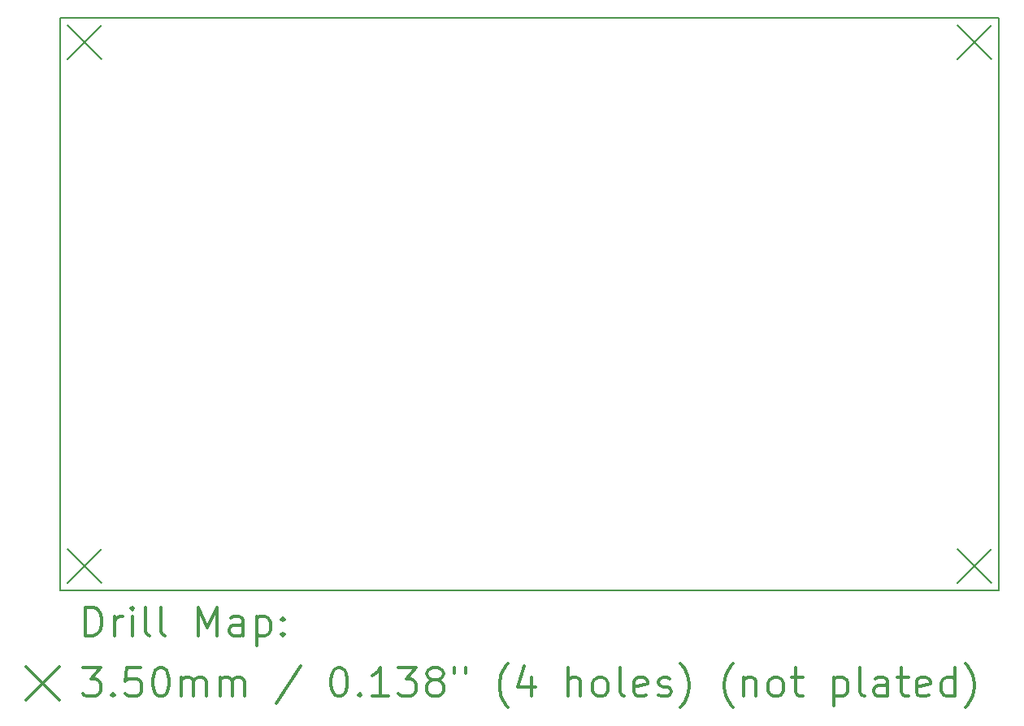
<source format=gbr>
%FSLAX45Y45*%
G04 Gerber Fmt 4.5, Leading zero omitted, Abs format (unit mm)*
G04 Created by KiCad (PCBNEW 4.0.5+dfsg1-4+deb9u1) date Tue Oct 18 20:11:05 2022*
%MOMM*%
%LPD*%
G01*
G04 APERTURE LIST*
%ADD10C,0.127000*%
%ADD11C,0.150000*%
%ADD12C,0.200000*%
%ADD13C,0.300000*%
G04 APERTURE END LIST*
D10*
D11*
X19380200Y-6883400D02*
X19380200Y-12852400D01*
X9601200Y-6883400D02*
X19380200Y-6883400D01*
X9601200Y-12852400D02*
X9601200Y-6883400D01*
X19380200Y-12852400D02*
X9601200Y-12852400D01*
D12*
X9680200Y-6962400D02*
X10030200Y-7312400D01*
X10030200Y-6962400D02*
X9680200Y-7312400D01*
X9680200Y-12423400D02*
X10030200Y-12773400D01*
X10030200Y-12423400D02*
X9680200Y-12773400D01*
X18951200Y-6962400D02*
X19301200Y-7312400D01*
X19301200Y-6962400D02*
X18951200Y-7312400D01*
X18951200Y-12423400D02*
X19301200Y-12773400D01*
X19301200Y-12423400D02*
X18951200Y-12773400D01*
D13*
X9865129Y-13325614D02*
X9865129Y-13025614D01*
X9936557Y-13025614D01*
X9979414Y-13039900D01*
X10007986Y-13068471D01*
X10022271Y-13097043D01*
X10036557Y-13154186D01*
X10036557Y-13197043D01*
X10022271Y-13254186D01*
X10007986Y-13282757D01*
X9979414Y-13311329D01*
X9936557Y-13325614D01*
X9865129Y-13325614D01*
X10165129Y-13325614D02*
X10165129Y-13125614D01*
X10165129Y-13182757D02*
X10179414Y-13154186D01*
X10193700Y-13139900D01*
X10222271Y-13125614D01*
X10250843Y-13125614D01*
X10350843Y-13325614D02*
X10350843Y-13125614D01*
X10350843Y-13025614D02*
X10336557Y-13039900D01*
X10350843Y-13054186D01*
X10365129Y-13039900D01*
X10350843Y-13025614D01*
X10350843Y-13054186D01*
X10536557Y-13325614D02*
X10507986Y-13311329D01*
X10493700Y-13282757D01*
X10493700Y-13025614D01*
X10693700Y-13325614D02*
X10665129Y-13311329D01*
X10650843Y-13282757D01*
X10650843Y-13025614D01*
X11036557Y-13325614D02*
X11036557Y-13025614D01*
X11136557Y-13239900D01*
X11236557Y-13025614D01*
X11236557Y-13325614D01*
X11507986Y-13325614D02*
X11507986Y-13168471D01*
X11493700Y-13139900D01*
X11465128Y-13125614D01*
X11407986Y-13125614D01*
X11379414Y-13139900D01*
X11507986Y-13311329D02*
X11479414Y-13325614D01*
X11407986Y-13325614D01*
X11379414Y-13311329D01*
X11365128Y-13282757D01*
X11365128Y-13254186D01*
X11379414Y-13225614D01*
X11407986Y-13211329D01*
X11479414Y-13211329D01*
X11507986Y-13197043D01*
X11650843Y-13125614D02*
X11650843Y-13425614D01*
X11650843Y-13139900D02*
X11679414Y-13125614D01*
X11736557Y-13125614D01*
X11765128Y-13139900D01*
X11779414Y-13154186D01*
X11793700Y-13182757D01*
X11793700Y-13268471D01*
X11779414Y-13297043D01*
X11765128Y-13311329D01*
X11736557Y-13325614D01*
X11679414Y-13325614D01*
X11650843Y-13311329D01*
X11922271Y-13297043D02*
X11936557Y-13311329D01*
X11922271Y-13325614D01*
X11907986Y-13311329D01*
X11922271Y-13297043D01*
X11922271Y-13325614D01*
X11922271Y-13139900D02*
X11936557Y-13154186D01*
X11922271Y-13168471D01*
X11907986Y-13154186D01*
X11922271Y-13139900D01*
X11922271Y-13168471D01*
X9243700Y-13644900D02*
X9593700Y-13994900D01*
X9593700Y-13644900D02*
X9243700Y-13994900D01*
X9836557Y-13655614D02*
X10022271Y-13655614D01*
X9922271Y-13769900D01*
X9965129Y-13769900D01*
X9993700Y-13784186D01*
X10007986Y-13798471D01*
X10022271Y-13827043D01*
X10022271Y-13898471D01*
X10007986Y-13927043D01*
X9993700Y-13941329D01*
X9965129Y-13955614D01*
X9879414Y-13955614D01*
X9850843Y-13941329D01*
X9836557Y-13927043D01*
X10150843Y-13927043D02*
X10165129Y-13941329D01*
X10150843Y-13955614D01*
X10136557Y-13941329D01*
X10150843Y-13927043D01*
X10150843Y-13955614D01*
X10436557Y-13655614D02*
X10293700Y-13655614D01*
X10279414Y-13798471D01*
X10293700Y-13784186D01*
X10322271Y-13769900D01*
X10393700Y-13769900D01*
X10422271Y-13784186D01*
X10436557Y-13798471D01*
X10450843Y-13827043D01*
X10450843Y-13898471D01*
X10436557Y-13927043D01*
X10422271Y-13941329D01*
X10393700Y-13955614D01*
X10322271Y-13955614D01*
X10293700Y-13941329D01*
X10279414Y-13927043D01*
X10636557Y-13655614D02*
X10665129Y-13655614D01*
X10693700Y-13669900D01*
X10707986Y-13684186D01*
X10722271Y-13712757D01*
X10736557Y-13769900D01*
X10736557Y-13841329D01*
X10722271Y-13898471D01*
X10707986Y-13927043D01*
X10693700Y-13941329D01*
X10665129Y-13955614D01*
X10636557Y-13955614D01*
X10607986Y-13941329D01*
X10593700Y-13927043D01*
X10579414Y-13898471D01*
X10565129Y-13841329D01*
X10565129Y-13769900D01*
X10579414Y-13712757D01*
X10593700Y-13684186D01*
X10607986Y-13669900D01*
X10636557Y-13655614D01*
X10865129Y-13955614D02*
X10865129Y-13755614D01*
X10865129Y-13784186D02*
X10879414Y-13769900D01*
X10907986Y-13755614D01*
X10950843Y-13755614D01*
X10979414Y-13769900D01*
X10993700Y-13798471D01*
X10993700Y-13955614D01*
X10993700Y-13798471D02*
X11007986Y-13769900D01*
X11036557Y-13755614D01*
X11079414Y-13755614D01*
X11107986Y-13769900D01*
X11122271Y-13798471D01*
X11122271Y-13955614D01*
X11265128Y-13955614D02*
X11265128Y-13755614D01*
X11265128Y-13784186D02*
X11279414Y-13769900D01*
X11307986Y-13755614D01*
X11350843Y-13755614D01*
X11379414Y-13769900D01*
X11393700Y-13798471D01*
X11393700Y-13955614D01*
X11393700Y-13798471D02*
X11407986Y-13769900D01*
X11436557Y-13755614D01*
X11479414Y-13755614D01*
X11507986Y-13769900D01*
X11522271Y-13798471D01*
X11522271Y-13955614D01*
X12107986Y-13641329D02*
X11850843Y-14027043D01*
X12493700Y-13655614D02*
X12522271Y-13655614D01*
X12550843Y-13669900D01*
X12565128Y-13684186D01*
X12579414Y-13712757D01*
X12593700Y-13769900D01*
X12593700Y-13841329D01*
X12579414Y-13898471D01*
X12565128Y-13927043D01*
X12550843Y-13941329D01*
X12522271Y-13955614D01*
X12493700Y-13955614D01*
X12465128Y-13941329D01*
X12450843Y-13927043D01*
X12436557Y-13898471D01*
X12422271Y-13841329D01*
X12422271Y-13769900D01*
X12436557Y-13712757D01*
X12450843Y-13684186D01*
X12465128Y-13669900D01*
X12493700Y-13655614D01*
X12722271Y-13927043D02*
X12736557Y-13941329D01*
X12722271Y-13955614D01*
X12707986Y-13941329D01*
X12722271Y-13927043D01*
X12722271Y-13955614D01*
X13022271Y-13955614D02*
X12850843Y-13955614D01*
X12936557Y-13955614D02*
X12936557Y-13655614D01*
X12907985Y-13698471D01*
X12879414Y-13727043D01*
X12850843Y-13741329D01*
X13122271Y-13655614D02*
X13307985Y-13655614D01*
X13207985Y-13769900D01*
X13250843Y-13769900D01*
X13279414Y-13784186D01*
X13293700Y-13798471D01*
X13307985Y-13827043D01*
X13307985Y-13898471D01*
X13293700Y-13927043D01*
X13279414Y-13941329D01*
X13250843Y-13955614D01*
X13165128Y-13955614D01*
X13136557Y-13941329D01*
X13122271Y-13927043D01*
X13479414Y-13784186D02*
X13450843Y-13769900D01*
X13436557Y-13755614D01*
X13422271Y-13727043D01*
X13422271Y-13712757D01*
X13436557Y-13684186D01*
X13450843Y-13669900D01*
X13479414Y-13655614D01*
X13536557Y-13655614D01*
X13565128Y-13669900D01*
X13579414Y-13684186D01*
X13593700Y-13712757D01*
X13593700Y-13727043D01*
X13579414Y-13755614D01*
X13565128Y-13769900D01*
X13536557Y-13784186D01*
X13479414Y-13784186D01*
X13450843Y-13798471D01*
X13436557Y-13812757D01*
X13422271Y-13841329D01*
X13422271Y-13898471D01*
X13436557Y-13927043D01*
X13450843Y-13941329D01*
X13479414Y-13955614D01*
X13536557Y-13955614D01*
X13565128Y-13941329D01*
X13579414Y-13927043D01*
X13593700Y-13898471D01*
X13593700Y-13841329D01*
X13579414Y-13812757D01*
X13565128Y-13798471D01*
X13536557Y-13784186D01*
X13707986Y-13655614D02*
X13707986Y-13712757D01*
X13822271Y-13655614D02*
X13822271Y-13712757D01*
X14265128Y-14069900D02*
X14250843Y-14055614D01*
X14222271Y-14012757D01*
X14207985Y-13984186D01*
X14193700Y-13941329D01*
X14179414Y-13869900D01*
X14179414Y-13812757D01*
X14193700Y-13741329D01*
X14207985Y-13698471D01*
X14222271Y-13669900D01*
X14250843Y-13627043D01*
X14265128Y-13612757D01*
X14507985Y-13755614D02*
X14507985Y-13955614D01*
X14436557Y-13641329D02*
X14365128Y-13855614D01*
X14550843Y-13855614D01*
X14893700Y-13955614D02*
X14893700Y-13655614D01*
X15022271Y-13955614D02*
X15022271Y-13798471D01*
X15007985Y-13769900D01*
X14979414Y-13755614D01*
X14936557Y-13755614D01*
X14907985Y-13769900D01*
X14893700Y-13784186D01*
X15207985Y-13955614D02*
X15179414Y-13941329D01*
X15165128Y-13927043D01*
X15150843Y-13898471D01*
X15150843Y-13812757D01*
X15165128Y-13784186D01*
X15179414Y-13769900D01*
X15207985Y-13755614D01*
X15250843Y-13755614D01*
X15279414Y-13769900D01*
X15293700Y-13784186D01*
X15307985Y-13812757D01*
X15307985Y-13898471D01*
X15293700Y-13927043D01*
X15279414Y-13941329D01*
X15250843Y-13955614D01*
X15207985Y-13955614D01*
X15479414Y-13955614D02*
X15450843Y-13941329D01*
X15436557Y-13912757D01*
X15436557Y-13655614D01*
X15707986Y-13941329D02*
X15679414Y-13955614D01*
X15622271Y-13955614D01*
X15593700Y-13941329D01*
X15579414Y-13912757D01*
X15579414Y-13798471D01*
X15593700Y-13769900D01*
X15622271Y-13755614D01*
X15679414Y-13755614D01*
X15707986Y-13769900D01*
X15722271Y-13798471D01*
X15722271Y-13827043D01*
X15579414Y-13855614D01*
X15836557Y-13941329D02*
X15865128Y-13955614D01*
X15922271Y-13955614D01*
X15950843Y-13941329D01*
X15965128Y-13912757D01*
X15965128Y-13898471D01*
X15950843Y-13869900D01*
X15922271Y-13855614D01*
X15879414Y-13855614D01*
X15850843Y-13841329D01*
X15836557Y-13812757D01*
X15836557Y-13798471D01*
X15850843Y-13769900D01*
X15879414Y-13755614D01*
X15922271Y-13755614D01*
X15950843Y-13769900D01*
X16065128Y-14069900D02*
X16079414Y-14055614D01*
X16107986Y-14012757D01*
X16122271Y-13984186D01*
X16136557Y-13941329D01*
X16150843Y-13869900D01*
X16150843Y-13812757D01*
X16136557Y-13741329D01*
X16122271Y-13698471D01*
X16107986Y-13669900D01*
X16079414Y-13627043D01*
X16065128Y-13612757D01*
X16607986Y-14069900D02*
X16593700Y-14055614D01*
X16565128Y-14012757D01*
X16550843Y-13984186D01*
X16536557Y-13941329D01*
X16522271Y-13869900D01*
X16522271Y-13812757D01*
X16536557Y-13741329D01*
X16550843Y-13698471D01*
X16565128Y-13669900D01*
X16593700Y-13627043D01*
X16607986Y-13612757D01*
X16722271Y-13755614D02*
X16722271Y-13955614D01*
X16722271Y-13784186D02*
X16736557Y-13769900D01*
X16765128Y-13755614D01*
X16807986Y-13755614D01*
X16836557Y-13769900D01*
X16850843Y-13798471D01*
X16850843Y-13955614D01*
X17036557Y-13955614D02*
X17007986Y-13941329D01*
X16993700Y-13927043D01*
X16979414Y-13898471D01*
X16979414Y-13812757D01*
X16993700Y-13784186D01*
X17007986Y-13769900D01*
X17036557Y-13755614D01*
X17079414Y-13755614D01*
X17107986Y-13769900D01*
X17122271Y-13784186D01*
X17136557Y-13812757D01*
X17136557Y-13898471D01*
X17122271Y-13927043D01*
X17107986Y-13941329D01*
X17079414Y-13955614D01*
X17036557Y-13955614D01*
X17222271Y-13755614D02*
X17336557Y-13755614D01*
X17265129Y-13655614D02*
X17265129Y-13912757D01*
X17279414Y-13941329D01*
X17307986Y-13955614D01*
X17336557Y-13955614D01*
X17665129Y-13755614D02*
X17665129Y-14055614D01*
X17665129Y-13769900D02*
X17693700Y-13755614D01*
X17750843Y-13755614D01*
X17779414Y-13769900D01*
X17793700Y-13784186D01*
X17807986Y-13812757D01*
X17807986Y-13898471D01*
X17793700Y-13927043D01*
X17779414Y-13941329D01*
X17750843Y-13955614D01*
X17693700Y-13955614D01*
X17665129Y-13941329D01*
X17979414Y-13955614D02*
X17950843Y-13941329D01*
X17936557Y-13912757D01*
X17936557Y-13655614D01*
X18222271Y-13955614D02*
X18222271Y-13798471D01*
X18207986Y-13769900D01*
X18179414Y-13755614D01*
X18122271Y-13755614D01*
X18093700Y-13769900D01*
X18222271Y-13941329D02*
X18193700Y-13955614D01*
X18122271Y-13955614D01*
X18093700Y-13941329D01*
X18079414Y-13912757D01*
X18079414Y-13884186D01*
X18093700Y-13855614D01*
X18122271Y-13841329D01*
X18193700Y-13841329D01*
X18222271Y-13827043D01*
X18322271Y-13755614D02*
X18436557Y-13755614D01*
X18365129Y-13655614D02*
X18365129Y-13912757D01*
X18379414Y-13941329D01*
X18407986Y-13955614D01*
X18436557Y-13955614D01*
X18650843Y-13941329D02*
X18622272Y-13955614D01*
X18565129Y-13955614D01*
X18536557Y-13941329D01*
X18522272Y-13912757D01*
X18522272Y-13798471D01*
X18536557Y-13769900D01*
X18565129Y-13755614D01*
X18622272Y-13755614D01*
X18650843Y-13769900D01*
X18665129Y-13798471D01*
X18665129Y-13827043D01*
X18522272Y-13855614D01*
X18922272Y-13955614D02*
X18922272Y-13655614D01*
X18922272Y-13941329D02*
X18893700Y-13955614D01*
X18836557Y-13955614D01*
X18807986Y-13941329D01*
X18793700Y-13927043D01*
X18779414Y-13898471D01*
X18779414Y-13812757D01*
X18793700Y-13784186D01*
X18807986Y-13769900D01*
X18836557Y-13755614D01*
X18893700Y-13755614D01*
X18922272Y-13769900D01*
X19036557Y-14069900D02*
X19050843Y-14055614D01*
X19079414Y-14012757D01*
X19093700Y-13984186D01*
X19107986Y-13941329D01*
X19122272Y-13869900D01*
X19122272Y-13812757D01*
X19107986Y-13741329D01*
X19093700Y-13698471D01*
X19079414Y-13669900D01*
X19050843Y-13627043D01*
X19036557Y-13612757D01*
M02*

</source>
